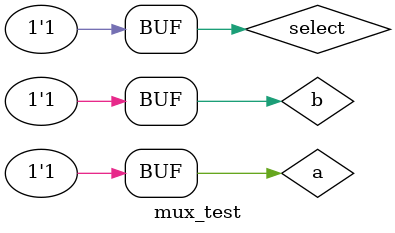
<source format=v>
module  mux2x1(a,b,select,y);
input a,b,select;
output y;
reg  y;
always @ (select, a , b)
	begin
	if (select == 0)
		begin
			y = a;
		end
	else
		begin
			y = b ;
	end
end
endmodule

module mux_test();
reg a,b,select;
wire y ;
mux2x1 mux_test(a,b,select,y);      
initial
	begin
	select=0;a=0;b=0;
	#100 select=0;a=0;b=1;
	#100 select=0;a=1;b=0;
	#100 select=0;a=1;b=1;
	#100 select=1;a=0;b=0;
	#100 select=1;a=0;b=1;
	#100 select=1;a=1;b=0;
	#100 select=1;a=1;b=1;
	end	
initial
	begin
	$monitor($time,"a=%b,b=%b,select=%b,y=%b",a,b,select,y);
	end
endmodule
</source>
